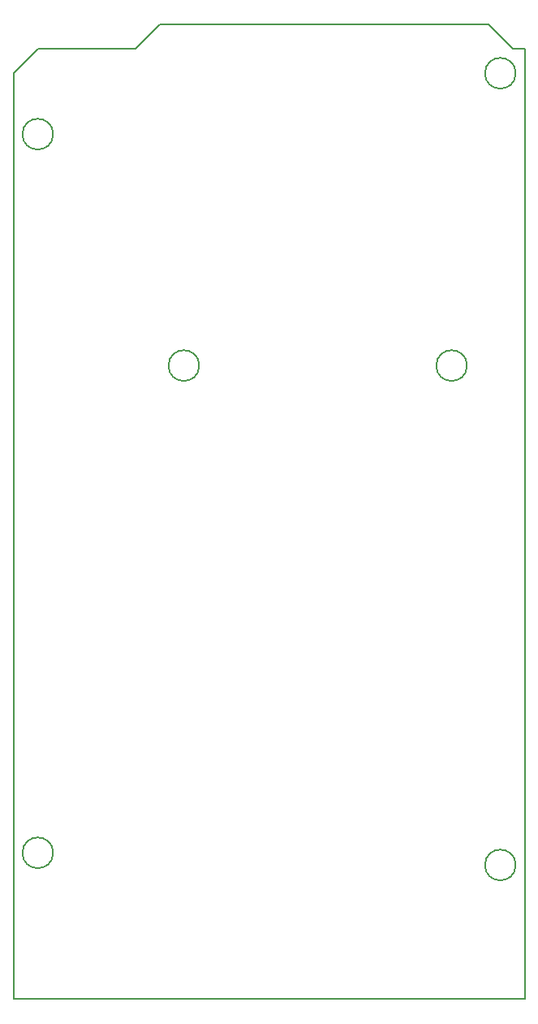
<source format=gm1>
G04*
G04 #@! TF.GenerationSoftware,Altium Limited,Altium Designer,21.3.2 (30)*
G04*
G04 Layer_Color=16711935*
%FSTAX24Y24*%
%MOIN*%
G70*
G04*
G04 #@! TF.SameCoordinates,1A830F01-20DA-4C5A-9A70-DFAE4FF976D2*
G04*
G04*
G04 #@! TF.FilePolarity,Positive*
G04*
G01*
G75*
%ADD11C,0.0050*%
D11*
X029079Y034331D02*
G03*
X029079Y034331I-00063J0D01*
G01*
X046079Y054331D02*
G03*
X046079Y054331I-00063J0D01*
G01*
X048079Y033831D02*
G03*
X048079Y033831I-00063J0D01*
G01*
X035079Y054331D02*
G03*
X035079Y054331I-00063J0D01*
G01*
X029079Y063831D02*
G03*
X029079Y063831I-00063J0D01*
G01*
X048079Y066331D02*
G03*
X048079Y066331I-00063J0D01*
G01*
X033449Y068331D02*
X046949D01*
X032449Y067331D02*
X033449Y068331D01*
X048449Y028331D02*
Y067331D01*
X047949D02*
X048449D01*
X046949Y068331D02*
X047949Y067331D01*
X028449D02*
X032449D01*
X027449Y066331D02*
X028449Y067331D01*
X027449Y028331D02*
X048449D01*
X027449D02*
Y066331D01*
M02*

</source>
